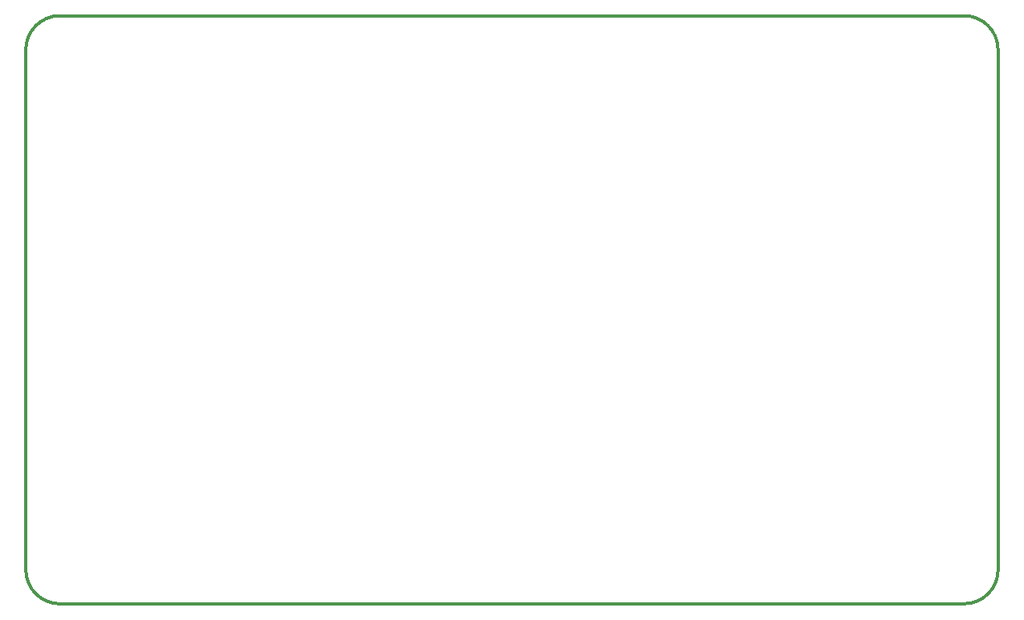
<source format=gbr>
%TF.GenerationSoftware,KiCad,Pcbnew,7.0.10*%
%TF.CreationDate,2024-03-15T07:12:17+07:00*%
%TF.ProjectId,Oxygen Monitoring,4f787967-656e-4204-9d6f-6e69746f7269,rev?*%
%TF.SameCoordinates,Original*%
%TF.FileFunction,Profile,NP*%
%FSLAX46Y46*%
G04 Gerber Fmt 4.6, Leading zero omitted, Abs format (unit mm)*
G04 Created by KiCad (PCBNEW 7.0.10) date 2024-03-15 07:12:17*
%MOMM*%
%LPD*%
G01*
G04 APERTURE LIST*
%TA.AperFunction,Profile*%
%ADD10C,0.300000*%
%TD*%
G04 APERTURE END LIST*
D10*
X146000000Y-28600000D02*
G75*
G03*
X142400000Y-25000000I-3600000J0D01*
G01*
X47100000Y-87000000D02*
X142400000Y-87000000D01*
X43500000Y-83400000D02*
G75*
G03*
X47100000Y-87000000I3600000J0D01*
G01*
X142400000Y-87000000D02*
G75*
G03*
X146000000Y-83400000I0J3600000D01*
G01*
X47100000Y-25000000D02*
G75*
G03*
X43500000Y-28600000I0J-3600000D01*
G01*
X43500000Y-83400000D02*
X43500000Y-28600000D01*
X146000000Y-28600000D02*
X146000000Y-83400000D01*
X142400000Y-25000000D02*
X47100000Y-25000000D01*
M02*

</source>
